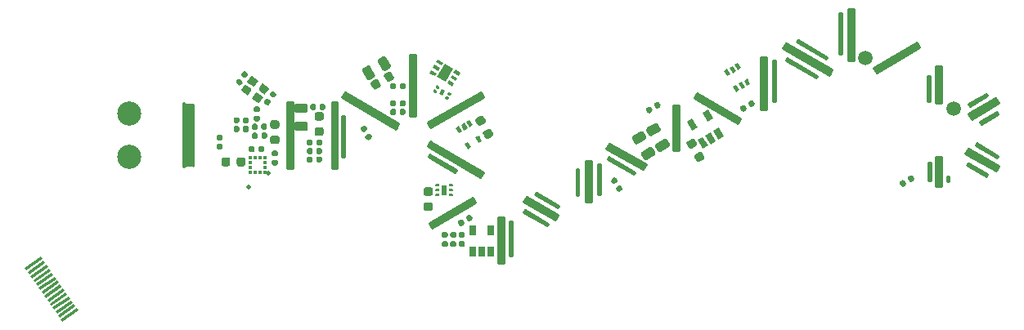
<source format=gbr>
G04 #@! TF.GenerationSoftware,KiCad,Pcbnew,(5.1.10)-1*
G04 #@! TF.CreationDate,2021-06-26T09:27:45-04:00*
G04 #@! TF.ProjectId,Main,4d61696e-2e6b-4696-9361-645f70636258,5*
G04 #@! TF.SameCoordinates,Original*
G04 #@! TF.FileFunction,Soldermask,Top*
G04 #@! TF.FilePolarity,Negative*
%FSLAX46Y46*%
G04 Gerber Fmt 4.6, Leading zero omitted, Abs format (unit mm)*
G04 Created by KiCad (PCBNEW (5.1.10)-1) date 2021-06-26 09:27:45*
%MOMM*%
%LPD*%
G01*
G04 APERTURE LIST*
%ADD10C,0.100000*%
%ADD11C,0.500000*%
%ADD12R,0.600000X1.100000*%
%ADD13C,2.500000*%
%ADD14R,0.375000X0.350000*%
%ADD15R,0.350000X0.375000*%
%ADD16R,0.650000X1.060000*%
%ADD17C,1.500000*%
%ADD18C,0.254000*%
G04 APERTURE END LIST*
D10*
G36*
X112037722Y-99589908D02*
G01*
X112031671Y-99582198D01*
X112027240Y-99573454D01*
X112024601Y-99564015D01*
X112023852Y-99554243D01*
X112025026Y-99544511D01*
X112028075Y-99535196D01*
X112032883Y-99526654D01*
X112434386Y-98953247D01*
X112440769Y-98945808D01*
X112448479Y-98939757D01*
X112457223Y-98935326D01*
X112466662Y-98932686D01*
X112476434Y-98931938D01*
X112486166Y-98933111D01*
X112495481Y-98936161D01*
X112504023Y-98940969D01*
X113036472Y-99313793D01*
X113043911Y-99320176D01*
X113049962Y-99327886D01*
X113054393Y-99336630D01*
X113057033Y-99346069D01*
X113093869Y-99554978D01*
X113094617Y-99564750D01*
X113093444Y-99574482D01*
X113090395Y-99583797D01*
X113085587Y-99592339D01*
X112770120Y-100042873D01*
X112763737Y-100050312D01*
X112756027Y-100056363D01*
X112747283Y-100060794D01*
X112737844Y-100063434D01*
X112728072Y-100064182D01*
X112718340Y-100063009D01*
X112709025Y-100059959D01*
X112700483Y-100055151D01*
X112045162Y-99596290D01*
X112037722Y-99589908D01*
G37*
G36*
X113938341Y-99577884D02*
G01*
X113932290Y-99570174D01*
X113927859Y-99561430D01*
X113925219Y-99551991D01*
X113888383Y-99343082D01*
X113887635Y-99333310D01*
X113888808Y-99323578D01*
X113891857Y-99314263D01*
X113896665Y-99305721D01*
X114212132Y-98855187D01*
X114218515Y-98847748D01*
X114226225Y-98841697D01*
X114234969Y-98837266D01*
X114244408Y-98834626D01*
X114254180Y-98833878D01*
X114263912Y-98835051D01*
X114273227Y-98838101D01*
X114281769Y-98842909D01*
X114937090Y-99301770D01*
X114944530Y-99308152D01*
X114950581Y-99315862D01*
X114955012Y-99324606D01*
X114957651Y-99334045D01*
X114958400Y-99343817D01*
X114957226Y-99353549D01*
X114954177Y-99362864D01*
X114949369Y-99371406D01*
X114547866Y-99944813D01*
X114541483Y-99952252D01*
X114533773Y-99958303D01*
X114525029Y-99962734D01*
X114515590Y-99965374D01*
X114505818Y-99966122D01*
X114496086Y-99964949D01*
X114486771Y-99961899D01*
X114478229Y-99957091D01*
X113945780Y-99584267D01*
X113938341Y-99577884D01*
G37*
G36*
G01*
X113796821Y-98576591D02*
X113406789Y-99133615D01*
G75*
G02*
X113323225Y-99148349I-49149J34415D01*
G01*
X112684287Y-98700959D01*
G75*
G02*
X112669553Y-98617395I34415J49149D01*
G01*
X113059585Y-98060371D01*
G75*
G02*
X113143149Y-98045637I49149J-34415D01*
G01*
X113782087Y-98493027D01*
G75*
G02*
X113796821Y-98576591I-34415J-49149D01*
G01*
G37*
G36*
G01*
X114312699Y-100280665D02*
X113922667Y-100837689D01*
G75*
G02*
X113839103Y-100852423I-49149J34415D01*
G01*
X113200165Y-100405033D01*
G75*
G02*
X113185431Y-100321469I34415J49149D01*
G01*
X113575463Y-99764445D01*
G75*
G02*
X113659027Y-99749711I49149J-34415D01*
G01*
X114297965Y-100197101D01*
G75*
G02*
X114312699Y-100280665I-34415J-49149D01*
G01*
G37*
D11*
X114860000Y-108120000D03*
X112850000Y-109560000D03*
D10*
G36*
X132883205Y-100119808D02*
G01*
X132536795Y-99919808D01*
X132836795Y-99400192D01*
X133183205Y-99600192D01*
X132883205Y-100119808D01*
G37*
G36*
G01*
X132412035Y-99385898D02*
X132195529Y-99260898D01*
G75*
G02*
X132168077Y-99158446I37500J64952D01*
G01*
X132243077Y-99028542D01*
G75*
G02*
X132345529Y-99001090I64952J-37500D01*
G01*
X132562035Y-99126090D01*
G75*
G02*
X132589487Y-99228542I-37500J-64952D01*
G01*
X132514487Y-99358446D01*
G75*
G02*
X132412035Y-99385898I-64952J37500D01*
G01*
G37*
G36*
G01*
X133624471Y-100085898D02*
X133407965Y-99960898D01*
G75*
G02*
X133380513Y-99858446I37500J64952D01*
G01*
X133455513Y-99728542D01*
G75*
G02*
X133557965Y-99701090I64952J-37500D01*
G01*
X133774471Y-99826090D01*
G75*
G02*
X133801923Y-99928542I-37500J-64952D01*
G01*
X133726923Y-100058446D01*
G75*
G02*
X133624471Y-100085898I-64952J37500D01*
G01*
G37*
G36*
G01*
X133374471Y-100518910D02*
X133157965Y-100393910D01*
G75*
G02*
X133130513Y-100291458I37500J64952D01*
G01*
X133205513Y-100161554D01*
G75*
G02*
X133307965Y-100134102I64952J-37500D01*
G01*
X133524471Y-100259102D01*
G75*
G02*
X133551923Y-100361554I-37500J-64952D01*
G01*
X133476923Y-100491458D01*
G75*
G02*
X133374471Y-100518910I-64952J37500D01*
G01*
G37*
G36*
G01*
X132162035Y-99818910D02*
X131945529Y-99693910D01*
G75*
G02*
X131918077Y-99591458I37500J64952D01*
G01*
X131993077Y-99461554D01*
G75*
G02*
X132095529Y-99434102I64952J-37500D01*
G01*
X132312035Y-99559102D01*
G75*
G02*
X132339487Y-99661554I-37500J-64952D01*
G01*
X132264487Y-99791458D01*
G75*
G02*
X132162035Y-99818910I-64952J37500D01*
G01*
G37*
G36*
X136312212Y-104436266D02*
G01*
X136658622Y-104236266D01*
X136983622Y-104799182D01*
X136637212Y-104999182D01*
X136312212Y-104436266D01*
G37*
G36*
X135186378Y-105086266D02*
G01*
X135532788Y-104886266D01*
X135857788Y-105449182D01*
X135511378Y-105649182D01*
X135186378Y-105086266D01*
G37*
G36*
X134799295Y-103115818D02*
G01*
X135145705Y-102915818D01*
X135470705Y-103478734D01*
X135124295Y-103678734D01*
X134799295Y-103115818D01*
G37*
G36*
X134236378Y-103440818D02*
G01*
X134582788Y-103240818D01*
X134907788Y-103803734D01*
X134561378Y-104003734D01*
X134236378Y-103440818D01*
G37*
G36*
X135362212Y-102790818D02*
G01*
X135708622Y-102590818D01*
X136033622Y-103153734D01*
X135687212Y-103353734D01*
X135362212Y-102790818D01*
G37*
D12*
X133050000Y-109890000D03*
G36*
G01*
X132550000Y-110302500D02*
X132550000Y-110477500D01*
G75*
G02*
X132512500Y-110515000I-37500J0D01*
G01*
X132187500Y-110515000D01*
G75*
G02*
X132150000Y-110477500I0J37500D01*
G01*
X132150000Y-110302500D01*
G75*
G02*
X132187500Y-110265000I37500J0D01*
G01*
X132512500Y-110265000D01*
G75*
G02*
X132550000Y-110302500I0J-37500D01*
G01*
G37*
G36*
G01*
X132550000Y-109802500D02*
X132550000Y-109977500D01*
G75*
G02*
X132512500Y-110015000I-37500J0D01*
G01*
X132187500Y-110015000D01*
G75*
G02*
X132150000Y-109977500I0J37500D01*
G01*
X132150000Y-109802500D01*
G75*
G02*
X132187500Y-109765000I37500J0D01*
G01*
X132512500Y-109765000D01*
G75*
G02*
X132550000Y-109802500I0J-37500D01*
G01*
G37*
G36*
G01*
X132550000Y-109302500D02*
X132550000Y-109477500D01*
G75*
G02*
X132512500Y-109515000I-37500J0D01*
G01*
X132187500Y-109515000D01*
G75*
G02*
X132150000Y-109477500I0J37500D01*
G01*
X132150000Y-109302500D01*
G75*
G02*
X132187500Y-109265000I37500J0D01*
G01*
X132512500Y-109265000D01*
G75*
G02*
X132550000Y-109302500I0J-37500D01*
G01*
G37*
G36*
G01*
X133950000Y-109302500D02*
X133950000Y-109477500D01*
G75*
G02*
X133912500Y-109515000I-37500J0D01*
G01*
X133587500Y-109515000D01*
G75*
G02*
X133550000Y-109477500I0J37500D01*
G01*
X133550000Y-109302500D01*
G75*
G02*
X133587500Y-109265000I37500J0D01*
G01*
X133912500Y-109265000D01*
G75*
G02*
X133950000Y-109302500I0J-37500D01*
G01*
G37*
G36*
G01*
X133950000Y-109802500D02*
X133950000Y-109977500D01*
G75*
G02*
X133912500Y-110015000I-37500J0D01*
G01*
X133587500Y-110015000D01*
G75*
G02*
X133550000Y-109977500I0J37500D01*
G01*
X133550000Y-109802500D01*
G75*
G02*
X133587500Y-109765000I37500J0D01*
G01*
X133912500Y-109765000D01*
G75*
G02*
X133950000Y-109802500I0J-37500D01*
G01*
G37*
G36*
G01*
X133950000Y-110302500D02*
X133950000Y-110477500D01*
G75*
G02*
X133912500Y-110515000I-37500J0D01*
G01*
X133587500Y-110515000D01*
G75*
G02*
X133550000Y-110477500I0J37500D01*
G01*
X133550000Y-110302500D01*
G75*
G02*
X133587500Y-110265000I37500J0D01*
G01*
X133912500Y-110265000D01*
G75*
G02*
X133950000Y-110302500I0J-37500D01*
G01*
G37*
D13*
X100430000Y-101900000D03*
X100480000Y-106400000D03*
D10*
G36*
X95197339Y-122366368D02*
G01*
X93559034Y-123513521D01*
X93386961Y-123267776D01*
X95025266Y-122120623D01*
X95197339Y-122366368D01*
G37*
G36*
X94910551Y-121956793D02*
G01*
X93272246Y-123103946D01*
X93100173Y-122858201D01*
X94738478Y-121711048D01*
X94910551Y-121956793D01*
G37*
G36*
X94623763Y-121547216D02*
G01*
X92985458Y-122694369D01*
X92813385Y-122448624D01*
X94451690Y-121301471D01*
X94623763Y-121547216D01*
G37*
G36*
X94336974Y-121137640D02*
G01*
X92698669Y-122284793D01*
X92526596Y-122039048D01*
X94164901Y-120891895D01*
X94336974Y-121137640D01*
G37*
G36*
X94050186Y-120728063D02*
G01*
X92411881Y-121875216D01*
X92239808Y-121629471D01*
X93878113Y-120482318D01*
X94050186Y-120728063D01*
G37*
G36*
X93763398Y-120318488D02*
G01*
X92125093Y-121465641D01*
X91953020Y-121219896D01*
X93591325Y-120072743D01*
X93763398Y-120318488D01*
G37*
G36*
X93476610Y-119908912D02*
G01*
X91838305Y-121056065D01*
X91666232Y-120810320D01*
X93304537Y-119663167D01*
X93476610Y-119908912D01*
G37*
G36*
X93189821Y-119499336D02*
G01*
X91551516Y-120646489D01*
X91379443Y-120400744D01*
X93017748Y-119253591D01*
X93189821Y-119499336D01*
G37*
G36*
X92903033Y-119089760D02*
G01*
X91264728Y-120236913D01*
X91092655Y-119991168D01*
X92730960Y-118844015D01*
X92903033Y-119089760D01*
G37*
G36*
X92616244Y-118680183D02*
G01*
X90977939Y-119827336D01*
X90805866Y-119581591D01*
X92444171Y-118434438D01*
X92616244Y-118680183D01*
G37*
G36*
X92329457Y-118270608D02*
G01*
X90691152Y-119417761D01*
X90519079Y-119172016D01*
X92157384Y-118024863D01*
X92329457Y-118270608D01*
G37*
G36*
X92042669Y-117861032D02*
G01*
X90404364Y-119008185D01*
X90232291Y-118762440D01*
X91870596Y-117615287D01*
X92042669Y-117861032D01*
G37*
G36*
X91755880Y-117451456D02*
G01*
X90117575Y-118598609D01*
X89945502Y-118352864D01*
X91583807Y-117205711D01*
X91755880Y-117451456D01*
G37*
G36*
X91469092Y-117041880D02*
G01*
X89830787Y-118189033D01*
X89658714Y-117943288D01*
X91297019Y-116796135D01*
X91469092Y-117041880D01*
G37*
G36*
X159263734Y-103378865D02*
G01*
X158700818Y-103703865D01*
X158170818Y-102785879D01*
X158733734Y-102460879D01*
X159263734Y-103378865D01*
G37*
G36*
X160909182Y-102428865D02*
G01*
X160346266Y-102753865D01*
X159816266Y-101835879D01*
X160379182Y-101510879D01*
X160909182Y-102428865D01*
G37*
G36*
X162009182Y-104334121D02*
G01*
X161446266Y-104659121D01*
X160916266Y-103741135D01*
X161479182Y-103416135D01*
X162009182Y-104334121D01*
G37*
G36*
X161186458Y-104809121D02*
G01*
X160623542Y-105134121D01*
X160093542Y-104216135D01*
X160656458Y-103891135D01*
X161186458Y-104809121D01*
G37*
G36*
X160363734Y-105284121D02*
G01*
X159800818Y-105609121D01*
X159270818Y-104691135D01*
X159833734Y-104366135D01*
X160363734Y-105284121D01*
G37*
G36*
G01*
X119830000Y-105122500D02*
X119830000Y-104777500D01*
G75*
G02*
X119977500Y-104630000I147500J0D01*
G01*
X120272500Y-104630000D01*
G75*
G02*
X120420000Y-104777500I0J-147500D01*
G01*
X120420000Y-105122500D01*
G75*
G02*
X120272500Y-105270000I-147500J0D01*
G01*
X119977500Y-105270000D01*
G75*
G02*
X119830000Y-105122500I0J147500D01*
G01*
G37*
G36*
G01*
X118860000Y-105122500D02*
X118860000Y-104777500D01*
G75*
G02*
X119007500Y-104630000I147500J0D01*
G01*
X119302500Y-104630000D01*
G75*
G02*
X119450000Y-104777500I0J-147500D01*
G01*
X119450000Y-105122500D01*
G75*
G02*
X119302500Y-105270000I-147500J0D01*
G01*
X119007500Y-105270000D01*
G75*
G02*
X118860000Y-105122500I0J147500D01*
G01*
G37*
G36*
G01*
X120410000Y-106537500D02*
X120410000Y-106882500D01*
G75*
G02*
X120262500Y-107030000I-147500J0D01*
G01*
X119967500Y-107030000D01*
G75*
G02*
X119820000Y-106882500I0J147500D01*
G01*
X119820000Y-106537500D01*
G75*
G02*
X119967500Y-106390000I147500J0D01*
G01*
X120262500Y-106390000D01*
G75*
G02*
X120410000Y-106537500I0J-147500D01*
G01*
G37*
G36*
G01*
X119440000Y-106537500D02*
X119440000Y-106882500D01*
G75*
G02*
X119292500Y-107030000I-147500J0D01*
G01*
X118997500Y-107030000D01*
G75*
G02*
X118850000Y-106882500I0J147500D01*
G01*
X118850000Y-106537500D01*
G75*
G02*
X118997500Y-106390000I147500J0D01*
G01*
X119292500Y-106390000D01*
G75*
G02*
X119440000Y-106537500I0J-147500D01*
G01*
G37*
G36*
G01*
X119830000Y-106002500D02*
X119830000Y-105657500D01*
G75*
G02*
X119977500Y-105510000I147500J0D01*
G01*
X120272500Y-105510000D01*
G75*
G02*
X120420000Y-105657500I0J-147500D01*
G01*
X120420000Y-106002500D01*
G75*
G02*
X120272500Y-106150000I-147500J0D01*
G01*
X119977500Y-106150000D01*
G75*
G02*
X119830000Y-106002500I0J147500D01*
G01*
G37*
G36*
G01*
X118860000Y-106002500D02*
X118860000Y-105657500D01*
G75*
G02*
X119007500Y-105510000I147500J0D01*
G01*
X119302500Y-105510000D01*
G75*
G02*
X119450000Y-105657500I0J-147500D01*
G01*
X119450000Y-106002500D01*
G75*
G02*
X119302500Y-106150000I-147500J0D01*
G01*
X119007500Y-106150000D01*
G75*
G02*
X118860000Y-106002500I0J147500D01*
G01*
G37*
G36*
G01*
X150412776Y-108736820D02*
X150707224Y-108566820D01*
G75*
G02*
X150898468Y-108618064I70000J-121244D01*
G01*
X151038468Y-108860552D01*
G75*
G02*
X150987224Y-109051796I-121244J-70000D01*
G01*
X150692776Y-109221796D01*
G75*
G02*
X150501532Y-109170552I-70000J121244D01*
G01*
X150361532Y-108928064D01*
G75*
G02*
X150412776Y-108736820I121244J70000D01*
G01*
G37*
G36*
G01*
X150892776Y-109568204D02*
X151187224Y-109398204D01*
G75*
G02*
X151378468Y-109449448I70000J-121244D01*
G01*
X151518468Y-109691936D01*
G75*
G02*
X151467224Y-109883180I-121244J-70000D01*
G01*
X151172776Y-110053180D01*
G75*
G02*
X150981532Y-110001936I-70000J121244D01*
G01*
X150841532Y-109759448D01*
G75*
G02*
X150892776Y-109568204I121244J70000D01*
G01*
G37*
G36*
G01*
X155289250Y-100800611D02*
X155461750Y-101099389D01*
G75*
G02*
X155407761Y-101300878I-127739J-73750D01*
G01*
X155152283Y-101448378D01*
G75*
G02*
X154950794Y-101394389I-73750J127739D01*
G01*
X154778294Y-101095611D01*
G75*
G02*
X154832283Y-100894122I127739J73750D01*
G01*
X155087761Y-100746622D01*
G75*
G02*
X155289250Y-100800611I73750J-127739D01*
G01*
G37*
G36*
G01*
X154449206Y-101285611D02*
X154621706Y-101584389D01*
G75*
G02*
X154567717Y-101785878I-127739J-73750D01*
G01*
X154312239Y-101933378D01*
G75*
G02*
X154110750Y-101879389I-73750J127739D01*
G01*
X153938250Y-101580611D01*
G75*
G02*
X153992239Y-101379122I127739J73750D01*
G01*
X154247717Y-101231622D01*
G75*
G02*
X154449206Y-101285611I73750J-127739D01*
G01*
G37*
G36*
G01*
X155021126Y-105045937D02*
X155811374Y-104589687D01*
G75*
G02*
X156144343Y-104678906I121875J-211094D01*
G01*
X156388093Y-105101094D01*
G75*
G02*
X156298874Y-105434063I-211094J-121875D01*
G01*
X155508626Y-105890313D01*
G75*
G02*
X155175657Y-105801094I-121875J211094D01*
G01*
X154931907Y-105378906D01*
G75*
G02*
X155021126Y-105045937I211094J121875D01*
G01*
G37*
G36*
G01*
X154083626Y-103422139D02*
X154873874Y-102965889D01*
G75*
G02*
X155206843Y-103055108I121875J-211094D01*
G01*
X155450593Y-103477296D01*
G75*
G02*
X155361374Y-103810265I-211094J-121875D01*
G01*
X154571126Y-104266515D01*
G75*
G02*
X154238157Y-104177296I-121875J211094D01*
G01*
X153994407Y-103755108D01*
G75*
G02*
X154083626Y-103422139I211094J121875D01*
G01*
G37*
G36*
G01*
X133837595Y-114210027D02*
X134182595Y-114210027D01*
G75*
G02*
X134330095Y-114357527I0J-147500D01*
G01*
X134330095Y-114652527D01*
G75*
G02*
X134182595Y-114800027I-147500J0D01*
G01*
X133837595Y-114800027D01*
G75*
G02*
X133690095Y-114652527I0J147500D01*
G01*
X133690095Y-114357527D01*
G75*
G02*
X133837595Y-114210027I147500J0D01*
G01*
G37*
G36*
G01*
X133837595Y-115180027D02*
X134182595Y-115180027D01*
G75*
G02*
X134330095Y-115327527I0J-147500D01*
G01*
X134330095Y-115622527D01*
G75*
G02*
X134182595Y-115770027I-147500J0D01*
G01*
X133837595Y-115770027D01*
G75*
G02*
X133690095Y-115622527I0J147500D01*
G01*
X133690095Y-115327527D01*
G75*
G02*
X133837595Y-115180027I147500J0D01*
G01*
G37*
G36*
G01*
X134717500Y-115180000D02*
X135062500Y-115180000D01*
G75*
G02*
X135210000Y-115327500I0J-147500D01*
G01*
X135210000Y-115622500D01*
G75*
G02*
X135062500Y-115770000I-147500J0D01*
G01*
X134717500Y-115770000D01*
G75*
G02*
X134570000Y-115622500I0J147500D01*
G01*
X134570000Y-115327500D01*
G75*
G02*
X134717500Y-115180000I147500J0D01*
G01*
G37*
G36*
G01*
X134717500Y-114210000D02*
X135062500Y-114210000D01*
G75*
G02*
X135210000Y-114357500I0J-147500D01*
G01*
X135210000Y-114652500D01*
G75*
G02*
X135062500Y-114800000I-147500J0D01*
G01*
X134717500Y-114800000D01*
G75*
G02*
X134570000Y-114652500I0J147500D01*
G01*
X134570000Y-114357500D01*
G75*
G02*
X134717500Y-114210000I147500J0D01*
G01*
G37*
G36*
G01*
X119863750Y-103370000D02*
X120376250Y-103370000D01*
G75*
G02*
X120595000Y-103588750I0J-218750D01*
G01*
X120595000Y-104026250D01*
G75*
G02*
X120376250Y-104245000I-218750J0D01*
G01*
X119863750Y-104245000D01*
G75*
G02*
X119645000Y-104026250I0J218750D01*
G01*
X119645000Y-103588750D01*
G75*
G02*
X119863750Y-103370000I218750J0D01*
G01*
G37*
G36*
G01*
X119863750Y-101795000D02*
X120376250Y-101795000D01*
G75*
G02*
X120595000Y-102013750I0J-218750D01*
G01*
X120595000Y-102451250D01*
G75*
G02*
X120376250Y-102670000I-218750J0D01*
G01*
X119863750Y-102670000D01*
G75*
G02*
X119645000Y-102451250I0J218750D01*
G01*
X119645000Y-102013750D01*
G75*
G02*
X119863750Y-101795000I218750J0D01*
G01*
G37*
G36*
G01*
X118716250Y-103755000D02*
X117803750Y-103755000D01*
G75*
G02*
X117560000Y-103511250I0J243750D01*
G01*
X117560000Y-103023750D01*
G75*
G02*
X117803750Y-102780000I243750J0D01*
G01*
X118716250Y-102780000D01*
G75*
G02*
X118960000Y-103023750I0J-243750D01*
G01*
X118960000Y-103511250D01*
G75*
G02*
X118716250Y-103755000I-243750J0D01*
G01*
G37*
G36*
G01*
X118716250Y-101880000D02*
X117803750Y-101880000D01*
G75*
G02*
X117560000Y-101636250I0J243750D01*
G01*
X117560000Y-101148750D01*
G75*
G02*
X117803750Y-100905000I243750J0D01*
G01*
X118716250Y-100905000D01*
G75*
G02*
X118960000Y-101148750I0J-243750D01*
G01*
X118960000Y-101636250D01*
G75*
G02*
X118716250Y-101880000I-243750J0D01*
G01*
G37*
G36*
G01*
X120160000Y-101432500D02*
X120160000Y-101087500D01*
G75*
G02*
X120307500Y-100940000I147500J0D01*
G01*
X120602500Y-100940000D01*
G75*
G02*
X120750000Y-101087500I0J-147500D01*
G01*
X120750000Y-101432500D01*
G75*
G02*
X120602500Y-101580000I-147500J0D01*
G01*
X120307500Y-101580000D01*
G75*
G02*
X120160000Y-101432500I0J147500D01*
G01*
G37*
G36*
G01*
X119190000Y-101432500D02*
X119190000Y-101087500D01*
G75*
G02*
X119337500Y-100940000I147500J0D01*
G01*
X119632500Y-100940000D01*
G75*
G02*
X119780000Y-101087500I0J-147500D01*
G01*
X119780000Y-101432500D01*
G75*
G02*
X119632500Y-101580000I-147500J0D01*
G01*
X119337500Y-101580000D01*
G75*
G02*
X119190000Y-101432500I0J147500D01*
G01*
G37*
G36*
G01*
X124925611Y-104200794D02*
X125224389Y-104028294D01*
G75*
G02*
X125425878Y-104082283I73750J-127739D01*
G01*
X125573378Y-104337761D01*
G75*
G02*
X125519389Y-104539250I-127739J-73750D01*
G01*
X125220611Y-104711750D01*
G75*
G02*
X125019122Y-104657761I-73750J127739D01*
G01*
X124871622Y-104402283D01*
G75*
G02*
X124925611Y-104200794I127739J73750D01*
G01*
G37*
G36*
G01*
X124440611Y-103360750D02*
X124739389Y-103188250D01*
G75*
G02*
X124940878Y-103242239I73750J-127739D01*
G01*
X125088378Y-103497717D01*
G75*
G02*
X125034389Y-103699206I-127739J-73750D01*
G01*
X124735611Y-103871706D01*
G75*
G02*
X124534122Y-103817717I-73750J127739D01*
G01*
X124386622Y-103562239D01*
G75*
G02*
X124440611Y-103360750I127739J73750D01*
G01*
G37*
G36*
G01*
X115302098Y-100290592D02*
X115019491Y-100092708D01*
G75*
G02*
X114983269Y-99887280I84603J120825D01*
G01*
X115152474Y-99645630D01*
G75*
G02*
X115357902Y-99609408I120825J-84603D01*
G01*
X115640509Y-99807292D01*
G75*
G02*
X115676731Y-100012720I-84603J-120825D01*
G01*
X115507526Y-100254370D01*
G75*
G02*
X115302098Y-100290592I-120825J84603D01*
G01*
G37*
G36*
G01*
X114745728Y-101085170D02*
X114463121Y-100887286D01*
G75*
G02*
X114426899Y-100681858I84603J120825D01*
G01*
X114596104Y-100440208D01*
G75*
G02*
X114801532Y-100403986I120825J-84603D01*
G01*
X115084139Y-100601870D01*
G75*
G02*
X115120361Y-100807298I-84603J-120825D01*
G01*
X114951156Y-101048948D01*
G75*
G02*
X114745728Y-101085170I-120825J84603D01*
G01*
G37*
G36*
G01*
X111879717Y-98356697D02*
X112162324Y-98554581D01*
G75*
G02*
X112198546Y-98760009I-84603J-120825D01*
G01*
X112029341Y-99001659D01*
G75*
G02*
X111823913Y-99037881I-120825J84603D01*
G01*
X111541306Y-98839997D01*
G75*
G02*
X111505084Y-98634569I84603J120825D01*
G01*
X111674289Y-98392919D01*
G75*
G02*
X111879717Y-98356697I120825J-84603D01*
G01*
G37*
G36*
G01*
X112436087Y-97562119D02*
X112718694Y-97760003D01*
G75*
G02*
X112754916Y-97965431I-84603J-120825D01*
G01*
X112585711Y-98207081D01*
G75*
G02*
X112380283Y-98243303I-120825J84603D01*
G01*
X112097676Y-98045419D01*
G75*
G02*
X112061454Y-97839991I84603J120825D01*
G01*
X112230659Y-97598341D01*
G75*
G02*
X112436087Y-97562119I120825J-84603D01*
G01*
G37*
G36*
G01*
X109657500Y-105090000D02*
X110002500Y-105090000D01*
G75*
G02*
X110150000Y-105237500I0J-147500D01*
G01*
X110150000Y-105532500D01*
G75*
G02*
X110002500Y-105680000I-147500J0D01*
G01*
X109657500Y-105680000D01*
G75*
G02*
X109510000Y-105532500I0J147500D01*
G01*
X109510000Y-105237500D01*
G75*
G02*
X109657500Y-105090000I147500J0D01*
G01*
G37*
G36*
G01*
X109657500Y-104120000D02*
X110002500Y-104120000D01*
G75*
G02*
X110150000Y-104267500I0J-147500D01*
G01*
X110150000Y-104562500D01*
G75*
G02*
X110002500Y-104710000I-147500J0D01*
G01*
X109657500Y-104710000D01*
G75*
G02*
X109510000Y-104562500I0J147500D01*
G01*
X109510000Y-104267500D01*
G75*
G02*
X109657500Y-104120000I147500J0D01*
G01*
G37*
G36*
G01*
X113440000Y-105467500D02*
X113440000Y-105812500D01*
G75*
G02*
X113292500Y-105960000I-147500J0D01*
G01*
X112997500Y-105960000D01*
G75*
G02*
X112850000Y-105812500I0J147500D01*
G01*
X112850000Y-105467500D01*
G75*
G02*
X112997500Y-105320000I147500J0D01*
G01*
X113292500Y-105320000D01*
G75*
G02*
X113440000Y-105467500I0J-147500D01*
G01*
G37*
G36*
G01*
X114410000Y-105467500D02*
X114410000Y-105812500D01*
G75*
G02*
X114262500Y-105960000I-147500J0D01*
G01*
X113967500Y-105960000D01*
G75*
G02*
X113820000Y-105812500I0J147500D01*
G01*
X113820000Y-105467500D01*
G75*
G02*
X113967500Y-105320000I147500J0D01*
G01*
X114262500Y-105320000D01*
G75*
G02*
X114410000Y-105467500I0J-147500D01*
G01*
G37*
G36*
G01*
X115702500Y-106360000D02*
X115357500Y-106360000D01*
G75*
G02*
X115210000Y-106212500I0J147500D01*
G01*
X115210000Y-105917500D01*
G75*
G02*
X115357500Y-105770000I147500J0D01*
G01*
X115702500Y-105770000D01*
G75*
G02*
X115850000Y-105917500I0J-147500D01*
G01*
X115850000Y-106212500D01*
G75*
G02*
X115702500Y-106360000I-147500J0D01*
G01*
G37*
G36*
G01*
X115702500Y-107330000D02*
X115357500Y-107330000D01*
G75*
G02*
X115210000Y-107182500I0J147500D01*
G01*
X115210000Y-106887500D01*
G75*
G02*
X115357500Y-106740000I147500J0D01*
G01*
X115702500Y-106740000D01*
G75*
G02*
X115850000Y-106887500I0J-147500D01*
G01*
X115850000Y-107182500D01*
G75*
G02*
X115702500Y-107330000I-147500J0D01*
G01*
G37*
G36*
G01*
X128460000Y-101962500D02*
X128460000Y-101617500D01*
G75*
G02*
X128607500Y-101470000I147500J0D01*
G01*
X128902500Y-101470000D01*
G75*
G02*
X129050000Y-101617500I0J-147500D01*
G01*
X129050000Y-101962500D01*
G75*
G02*
X128902500Y-102110000I-147500J0D01*
G01*
X128607500Y-102110000D01*
G75*
G02*
X128460000Y-101962500I0J147500D01*
G01*
G37*
G36*
G01*
X127490000Y-101962500D02*
X127490000Y-101617500D01*
G75*
G02*
X127637500Y-101470000I147500J0D01*
G01*
X127932500Y-101470000D01*
G75*
G02*
X128080000Y-101617500I0J-147500D01*
G01*
X128080000Y-101962500D01*
G75*
G02*
X127932500Y-102110000I-147500J0D01*
G01*
X127637500Y-102110000D01*
G75*
G02*
X127490000Y-101962500I0J147500D01*
G01*
G37*
G36*
G01*
X164199206Y-101115611D02*
X164371706Y-101414389D01*
G75*
G02*
X164317717Y-101615878I-127739J-73750D01*
G01*
X164062239Y-101763378D01*
G75*
G02*
X163860750Y-101709389I-73750J127739D01*
G01*
X163688250Y-101410611D01*
G75*
G02*
X163742239Y-101209122I127739J73750D01*
G01*
X163997717Y-101061622D01*
G75*
G02*
X164199206Y-101115611I73750J-127739D01*
G01*
G37*
G36*
G01*
X165039250Y-100630611D02*
X165211750Y-100929389D01*
G75*
G02*
X165157761Y-101130878I-127739J-73750D01*
G01*
X164902283Y-101278378D01*
G75*
G02*
X164700794Y-101224389I-73750J127739D01*
G01*
X164528294Y-100925611D01*
G75*
G02*
X164582283Y-100724122I127739J73750D01*
G01*
X164837761Y-100576622D01*
G75*
G02*
X165039250Y-100630611I73750J-127739D01*
G01*
G37*
G36*
G01*
X114140000Y-104412500D02*
X114140000Y-104067500D01*
G75*
G02*
X114287500Y-103920000I147500J0D01*
G01*
X114582500Y-103920000D01*
G75*
G02*
X114730000Y-104067500I0J-147500D01*
G01*
X114730000Y-104412500D01*
G75*
G02*
X114582500Y-104560000I-147500J0D01*
G01*
X114287500Y-104560000D01*
G75*
G02*
X114140000Y-104412500I0J147500D01*
G01*
G37*
G36*
G01*
X113170000Y-104412500D02*
X113170000Y-104067500D01*
G75*
G02*
X113317500Y-103920000I147500J0D01*
G01*
X113612500Y-103920000D01*
G75*
G02*
X113760000Y-104067500I0J-147500D01*
G01*
X113760000Y-104412500D01*
G75*
G02*
X113612500Y-104560000I-147500J0D01*
G01*
X113317500Y-104560000D01*
G75*
G02*
X113170000Y-104412500I0J147500D01*
G01*
G37*
G36*
G01*
X181220794Y-109004389D02*
X181048294Y-108705611D01*
G75*
G02*
X181102283Y-108504122I127739J73750D01*
G01*
X181357761Y-108356622D01*
G75*
G02*
X181559250Y-108410611I73750J-127739D01*
G01*
X181731750Y-108709389D01*
G75*
G02*
X181677761Y-108910878I-127739J-73750D01*
G01*
X181422283Y-109058378D01*
G75*
G02*
X181220794Y-109004389I-73750J127739D01*
G01*
G37*
G36*
G01*
X180380750Y-109489389D02*
X180208250Y-109190611D01*
G75*
G02*
X180262239Y-108989122I127739J73750D01*
G01*
X180517717Y-108841622D01*
G75*
G02*
X180719206Y-108895611I73750J-127739D01*
G01*
X180891706Y-109194389D01*
G75*
G02*
X180837717Y-109395878I-127739J-73750D01*
G01*
X180582239Y-109543378D01*
G75*
G02*
X180380750Y-109489389I-73750J127739D01*
G01*
G37*
D14*
X113007500Y-107500000D03*
X113007500Y-107000000D03*
X114532500Y-107000000D03*
X114532500Y-107500000D03*
D15*
X113020000Y-106487500D03*
X113020000Y-108012500D03*
X114520000Y-106487500D03*
X114520000Y-108012500D03*
X114020000Y-106487500D03*
X113520000Y-106487500D03*
X114020000Y-108012500D03*
X113520000Y-108012500D03*
D10*
G36*
X162687788Y-97883734D02*
G01*
X162341378Y-98083734D01*
X162016378Y-97520818D01*
X162362788Y-97320818D01*
X162687788Y-97883734D01*
G37*
G36*
X163813622Y-97233734D02*
G01*
X163467212Y-97433734D01*
X163142212Y-96870818D01*
X163488622Y-96670818D01*
X163813622Y-97233734D01*
G37*
G36*
X164200705Y-99204182D02*
G01*
X163854295Y-99404182D01*
X163529295Y-98841266D01*
X163875705Y-98641266D01*
X164200705Y-99204182D01*
G37*
G36*
X163250705Y-97558734D02*
G01*
X162904295Y-97758734D01*
X162579295Y-97195818D01*
X162925705Y-96995818D01*
X163250705Y-97558734D01*
G37*
G36*
X164763622Y-98879182D02*
G01*
X164417212Y-99079182D01*
X164092212Y-98516266D01*
X164438622Y-98316266D01*
X164763622Y-98879182D01*
G37*
G36*
X163637788Y-99529182D02*
G01*
X163291378Y-99729182D01*
X162966378Y-99166266D01*
X163312788Y-98966266D01*
X163637788Y-99529182D01*
G37*
D16*
X136010000Y-114040000D03*
X137910000Y-114040000D03*
X137910000Y-116240000D03*
X136960000Y-116240000D03*
X136010000Y-116240000D03*
D10*
G36*
X133993013Y-97287180D02*
G01*
X133193013Y-98672820D01*
X132326987Y-98172820D01*
X133126987Y-96787180D01*
X133993013Y-97287180D01*
G37*
G36*
X132294631Y-97778863D02*
G01*
X132119631Y-98081971D01*
X131556715Y-97756971D01*
X131731715Y-97453863D01*
X132294631Y-97778863D01*
G37*
G36*
X132619631Y-97215946D02*
G01*
X132444631Y-97519054D01*
X131881715Y-97194054D01*
X132056715Y-96890946D01*
X132619631Y-97215946D01*
G37*
G36*
X132944631Y-96653029D02*
G01*
X132769631Y-96956137D01*
X132206715Y-96631137D01*
X132381715Y-96328029D01*
X132944631Y-96653029D01*
G37*
G36*
X134763285Y-97703029D02*
G01*
X134588285Y-98006137D01*
X134025369Y-97681137D01*
X134200369Y-97378029D01*
X134763285Y-97703029D01*
G37*
G36*
X134438285Y-98265946D02*
G01*
X134263285Y-98569054D01*
X133700369Y-98244054D01*
X133875369Y-97940946D01*
X134438285Y-98265946D01*
G37*
G36*
X134113285Y-98828863D02*
G01*
X133938285Y-99131971D01*
X133375369Y-98806971D01*
X133550369Y-98503863D01*
X134113285Y-98828863D01*
G37*
G36*
G01*
X138044419Y-104302756D02*
X137600581Y-104559006D01*
G75*
G02*
X137301763Y-104478938I-109375J189443D01*
G01*
X137083013Y-104100052D01*
G75*
G02*
X137163081Y-103801234I189443J109375D01*
G01*
X137606919Y-103544984D01*
G75*
G02*
X137905737Y-103625052I109375J-189443D01*
G01*
X138124487Y-104003938D01*
G75*
G02*
X138044419Y-104302756I-189443J-109375D01*
G01*
G37*
G36*
G01*
X137256919Y-102938766D02*
X136813081Y-103195016D01*
G75*
G02*
X136514263Y-103114948I-109375J189443D01*
G01*
X136295513Y-102736062D01*
G75*
G02*
X136375581Y-102437244I189443J109375D01*
G01*
X136819419Y-102180994D01*
G75*
G02*
X137118237Y-102261062I109375J-189443D01*
G01*
X137336987Y-102639948D01*
G75*
G02*
X137256919Y-102938766I-189443J-109375D01*
G01*
G37*
G36*
G01*
X115786250Y-105095000D02*
X115273750Y-105095000D01*
G75*
G02*
X115055000Y-104876250I0J218750D01*
G01*
X115055000Y-104438750D01*
G75*
G02*
X115273750Y-104220000I218750J0D01*
G01*
X115786250Y-104220000D01*
G75*
G02*
X116005000Y-104438750I0J-218750D01*
G01*
X116005000Y-104876250D01*
G75*
G02*
X115786250Y-105095000I-218750J0D01*
G01*
G37*
G36*
G01*
X115786250Y-103520000D02*
X115273750Y-103520000D01*
G75*
G02*
X115055000Y-103301250I0J218750D01*
G01*
X115055000Y-102863750D01*
G75*
G02*
X115273750Y-102645000I218750J0D01*
G01*
X115786250Y-102645000D01*
G75*
G02*
X116005000Y-102863750I0J-218750D01*
G01*
X116005000Y-103301250D01*
G75*
G02*
X115786250Y-103520000I-218750J0D01*
G01*
G37*
G36*
G01*
X111592500Y-107206250D02*
X111592500Y-106693750D01*
G75*
G02*
X111811250Y-106475000I218750J0D01*
G01*
X112248750Y-106475000D01*
G75*
G02*
X112467500Y-106693750I0J-218750D01*
G01*
X112467500Y-107206250D01*
G75*
G02*
X112248750Y-107425000I-218750J0D01*
G01*
X111811250Y-107425000D01*
G75*
G02*
X111592500Y-107206250I0J218750D01*
G01*
G37*
G36*
G01*
X110017500Y-107206250D02*
X110017500Y-106693750D01*
G75*
G02*
X110236250Y-106475000I218750J0D01*
G01*
X110673750Y-106475000D01*
G75*
G02*
X110892500Y-106693750I0J-218750D01*
G01*
X110892500Y-107206250D01*
G75*
G02*
X110673750Y-107425000I-218750J0D01*
G01*
X110236250Y-107425000D01*
G75*
G02*
X110017500Y-107206250I0J218750D01*
G01*
G37*
G36*
G01*
X152613626Y-104262139D02*
X153403874Y-103805889D01*
G75*
G02*
X153736843Y-103895108I121875J-211094D01*
G01*
X153980593Y-104317296D01*
G75*
G02*
X153891374Y-104650265I-211094J-121875D01*
G01*
X153101126Y-105106515D01*
G75*
G02*
X152768157Y-105017296I-121875J211094D01*
G01*
X152524407Y-104595108D01*
G75*
G02*
X152613626Y-104262139I211094J121875D01*
G01*
G37*
G36*
G01*
X153551126Y-105885937D02*
X154341374Y-105429687D01*
G75*
G02*
X154674343Y-105518906I121875J-211094D01*
G01*
X154918093Y-105941094D01*
G75*
G02*
X154828874Y-106274063I-211094J-121875D01*
G01*
X154038626Y-106730313D01*
G75*
G02*
X153705657Y-106641094I-121875J211094D01*
G01*
X153461907Y-106218906D01*
G75*
G02*
X153551126Y-105885937I211094J121875D01*
G01*
G37*
G36*
G01*
X159039331Y-106189239D02*
X159483169Y-105932989D01*
G75*
G02*
X159781987Y-106013057I109375J-189443D01*
G01*
X160000737Y-106391943D01*
G75*
G02*
X159920669Y-106690761I-189443J-109375D01*
G01*
X159476831Y-106947011D01*
G75*
G02*
X159178013Y-106866943I-109375J189443D01*
G01*
X158959263Y-106488057D01*
G75*
G02*
X159039331Y-106189239I189443J109375D01*
G01*
G37*
G36*
G01*
X158251831Y-104825249D02*
X158695669Y-104568999D01*
G75*
G02*
X158994487Y-104649067I109375J-189443D01*
G01*
X159213237Y-105027953D01*
G75*
G02*
X159133169Y-105326771I-189443J-109375D01*
G01*
X158689331Y-105583021D01*
G75*
G02*
X158390513Y-105502953I-109375J189443D01*
G01*
X158171763Y-105124067D01*
G75*
G02*
X158251831Y-104825249I189443J109375D01*
G01*
G37*
G36*
G01*
X125727244Y-99354419D02*
X125470994Y-98910581D01*
G75*
G02*
X125551062Y-98611763I189443J109375D01*
G01*
X125929948Y-98393013D01*
G75*
G02*
X126228766Y-98473081I109375J-189443D01*
G01*
X126485016Y-98916919D01*
G75*
G02*
X126404948Y-99215737I-189443J-109375D01*
G01*
X126026062Y-99434487D01*
G75*
G02*
X125727244Y-99354419I-109375J189443D01*
G01*
G37*
G36*
G01*
X127091234Y-98566919D02*
X126834984Y-98123081D01*
G75*
G02*
X126915052Y-97824263I189443J109375D01*
G01*
X127293938Y-97605513D01*
G75*
G02*
X127592756Y-97685581I109375J-189443D01*
G01*
X127849006Y-98129419D01*
G75*
G02*
X127768938Y-98428237I-189443J-109375D01*
G01*
X127390052Y-98646987D01*
G75*
G02*
X127091234Y-98566919I-109375J189443D01*
G01*
G37*
G36*
G01*
X131666250Y-112045000D02*
X131153750Y-112045000D01*
G75*
G02*
X130935000Y-111826250I0J218750D01*
G01*
X130935000Y-111388750D01*
G75*
G02*
X131153750Y-111170000I218750J0D01*
G01*
X131666250Y-111170000D01*
G75*
G02*
X131885000Y-111388750I0J-218750D01*
G01*
X131885000Y-111826250D01*
G75*
G02*
X131666250Y-112045000I-218750J0D01*
G01*
G37*
G36*
G01*
X131666250Y-110470000D02*
X131153750Y-110470000D01*
G75*
G02*
X130935000Y-110251250I0J218750D01*
G01*
X130935000Y-109813750D01*
G75*
G02*
X131153750Y-109595000I218750J0D01*
G01*
X131666250Y-109595000D01*
G75*
G02*
X131885000Y-109813750I0J-218750D01*
G01*
X131885000Y-110251250D01*
G75*
G02*
X131666250Y-110470000I-218750J0D01*
G01*
G37*
G36*
G01*
X125434063Y-97079876D02*
X125890313Y-97870124D01*
G75*
G02*
X125801094Y-98203093I-211094J-121875D01*
G01*
X125378906Y-98446843D01*
G75*
G02*
X125045937Y-98357624I-121875J211094D01*
G01*
X124589687Y-97567376D01*
G75*
G02*
X124678906Y-97234407I211094J121875D01*
G01*
X125101094Y-96990657D01*
G75*
G02*
X125434063Y-97079876I121875J-211094D01*
G01*
G37*
G36*
G01*
X127057861Y-96142376D02*
X127514111Y-96932624D01*
G75*
G02*
X127424892Y-97265593I-211094J-121875D01*
G01*
X127002704Y-97509343D01*
G75*
G02*
X126669735Y-97420124I-121875J211094D01*
G01*
X126213485Y-96629876D01*
G75*
G02*
X126302704Y-96296907I211094J121875D01*
G01*
X126724892Y-96053157D01*
G75*
G02*
X127057861Y-96142376I121875J-211094D01*
G01*
G37*
G36*
G01*
X128460000Y-99282500D02*
X128460000Y-98937500D01*
G75*
G02*
X128607500Y-98790000I147500J0D01*
G01*
X128902500Y-98790000D01*
G75*
G02*
X129050000Y-98937500I0J-147500D01*
G01*
X129050000Y-99282500D01*
G75*
G02*
X128902500Y-99430000I-147500J0D01*
G01*
X128607500Y-99430000D01*
G75*
G02*
X128460000Y-99282500I0J147500D01*
G01*
G37*
G36*
G01*
X127490000Y-99282500D02*
X127490000Y-98937500D01*
G75*
G02*
X127637500Y-98790000I147500J0D01*
G01*
X127932500Y-98790000D01*
G75*
G02*
X128080000Y-98937500I0J-147500D01*
G01*
X128080000Y-99282500D01*
G75*
G02*
X127932500Y-99430000I-147500J0D01*
G01*
X127637500Y-99430000D01*
G75*
G02*
X127490000Y-99282500I0J147500D01*
G01*
G37*
G36*
G01*
X129050000Y-100727500D02*
X129050000Y-101072500D01*
G75*
G02*
X128902500Y-101220000I-147500J0D01*
G01*
X128607500Y-101220000D01*
G75*
G02*
X128460000Y-101072500I0J147500D01*
G01*
X128460000Y-100727500D01*
G75*
G02*
X128607500Y-100580000I147500J0D01*
G01*
X128902500Y-100580000D01*
G75*
G02*
X129050000Y-100727500I0J-147500D01*
G01*
G37*
G36*
G01*
X128080000Y-100727500D02*
X128080000Y-101072500D01*
G75*
G02*
X127932500Y-101220000I-147500J0D01*
G01*
X127637500Y-101220000D01*
G75*
G02*
X127490000Y-101072500I0J147500D01*
G01*
X127490000Y-100727500D01*
G75*
G02*
X127637500Y-100580000I147500J0D01*
G01*
X127932500Y-100580000D01*
G75*
G02*
X128080000Y-100727500I0J-147500D01*
G01*
G37*
G36*
G01*
X113507500Y-102180000D02*
X113852500Y-102180000D01*
G75*
G02*
X114000000Y-102327500I0J-147500D01*
G01*
X114000000Y-102622500D01*
G75*
G02*
X113852500Y-102770000I-147500J0D01*
G01*
X113507500Y-102770000D01*
G75*
G02*
X113360000Y-102622500I0J147500D01*
G01*
X113360000Y-102327500D01*
G75*
G02*
X113507500Y-102180000I147500J0D01*
G01*
G37*
G36*
G01*
X113507500Y-101210000D02*
X113852500Y-101210000D01*
G75*
G02*
X114000000Y-101357500I0J-147500D01*
G01*
X114000000Y-101652500D01*
G75*
G02*
X113852500Y-101800000I-147500J0D01*
G01*
X113507500Y-101800000D01*
G75*
G02*
X113360000Y-101652500I0J147500D01*
G01*
X113360000Y-101357500D01*
G75*
G02*
X113507500Y-101210000I147500J0D01*
G01*
G37*
G36*
G01*
X113160000Y-103492500D02*
X113160000Y-103147500D01*
G75*
G02*
X113307500Y-103000000I147500J0D01*
G01*
X113602500Y-103000000D01*
G75*
G02*
X113750000Y-103147500I0J-147500D01*
G01*
X113750000Y-103492500D01*
G75*
G02*
X113602500Y-103640000I-147500J0D01*
G01*
X113307500Y-103640000D01*
G75*
G02*
X113160000Y-103492500I0J147500D01*
G01*
G37*
G36*
G01*
X114130000Y-103492500D02*
X114130000Y-103147500D01*
G75*
G02*
X114277500Y-103000000I147500J0D01*
G01*
X114572500Y-103000000D01*
G75*
G02*
X114720000Y-103147500I0J-147500D01*
G01*
X114720000Y-103492500D01*
G75*
G02*
X114572500Y-103640000I-147500J0D01*
G01*
X114277500Y-103640000D01*
G75*
G02*
X114130000Y-103492500I0J147500D01*
G01*
G37*
G36*
G01*
X135819250Y-112490611D02*
X135991750Y-112789389D01*
G75*
G02*
X135937761Y-112990878I-127739J-73750D01*
G01*
X135682283Y-113138378D01*
G75*
G02*
X135480794Y-113084389I-73750J127739D01*
G01*
X135308294Y-112785611D01*
G75*
G02*
X135362283Y-112584122I127739J73750D01*
G01*
X135617761Y-112436622D01*
G75*
G02*
X135819250Y-112490611I73750J-127739D01*
G01*
G37*
G36*
G01*
X134979206Y-112975611D02*
X135151706Y-113274389D01*
G75*
G02*
X135097717Y-113475878I-127739J-73750D01*
G01*
X134842239Y-113623378D01*
G75*
G02*
X134640750Y-113569389I-73750J127739D01*
G01*
X134468250Y-113270611D01*
G75*
G02*
X134522239Y-113069122I127739J73750D01*
G01*
X134777717Y-112921622D01*
G75*
G02*
X134979206Y-112975611I73750J-127739D01*
G01*
G37*
G36*
G01*
X133292595Y-114800026D02*
X132947595Y-114800026D01*
G75*
G02*
X132800095Y-114652526I0J147500D01*
G01*
X132800095Y-114357526D01*
G75*
G02*
X132947595Y-114210026I147500J0D01*
G01*
X133292595Y-114210026D01*
G75*
G02*
X133440095Y-114357526I0J-147500D01*
G01*
X133440095Y-114652526D01*
G75*
G02*
X133292595Y-114800026I-147500J0D01*
G01*
G37*
G36*
G01*
X133292595Y-115770026D02*
X132947595Y-115770026D01*
G75*
G02*
X132800095Y-115622526I0J147500D01*
G01*
X132800095Y-115327526D01*
G75*
G02*
X132947595Y-115180026I147500J0D01*
G01*
X133292595Y-115180026D01*
G75*
G02*
X133440095Y-115327526I0J-147500D01*
G01*
X133440095Y-115622526D01*
G75*
G02*
X133292595Y-115770026I-147500J0D01*
G01*
G37*
G36*
G01*
X112230000Y-103722500D02*
X112230000Y-103377500D01*
G75*
G02*
X112377500Y-103230000I147500J0D01*
G01*
X112672500Y-103230000D01*
G75*
G02*
X112820000Y-103377500I0J-147500D01*
G01*
X112820000Y-103722500D01*
G75*
G02*
X112672500Y-103870000I-147500J0D01*
G01*
X112377500Y-103870000D01*
G75*
G02*
X112230000Y-103722500I0J147500D01*
G01*
G37*
G36*
G01*
X111260000Y-103722500D02*
X111260000Y-103377500D01*
G75*
G02*
X111407500Y-103230000I147500J0D01*
G01*
X111702500Y-103230000D01*
G75*
G02*
X111850000Y-103377500I0J-147500D01*
G01*
X111850000Y-103722500D01*
G75*
G02*
X111702500Y-103870000I-147500J0D01*
G01*
X111407500Y-103870000D01*
G75*
G02*
X111260000Y-103722500I0J147500D01*
G01*
G37*
G36*
G01*
X112820000Y-102477500D02*
X112820000Y-102822500D01*
G75*
G02*
X112672500Y-102970000I-147500J0D01*
G01*
X112377500Y-102970000D01*
G75*
G02*
X112230000Y-102822500I0J147500D01*
G01*
X112230000Y-102477500D01*
G75*
G02*
X112377500Y-102330000I147500J0D01*
G01*
X112672500Y-102330000D01*
G75*
G02*
X112820000Y-102477500I0J-147500D01*
G01*
G37*
G36*
G01*
X111850000Y-102477500D02*
X111850000Y-102822500D01*
G75*
G02*
X111702500Y-102970000I-147500J0D01*
G01*
X111407500Y-102970000D01*
G75*
G02*
X111260000Y-102822500I0J147500D01*
G01*
X111260000Y-102477500D01*
G75*
G02*
X111407500Y-102330000I147500J0D01*
G01*
X111702500Y-102330000D01*
G75*
G02*
X111850000Y-102477500I0J-147500D01*
G01*
G37*
D17*
X185840000Y-101470000D03*
X176700000Y-96190000D03*
D18*
X184573000Y-100800000D02*
X183977000Y-100800000D01*
X183977000Y-97050000D01*
X184573000Y-97050000D01*
X184573000Y-100800000D01*
D10*
G36*
X184573000Y-100800000D02*
G01*
X183977000Y-100800000D01*
X183977000Y-97050000D01*
X184573000Y-97050000D01*
X184573000Y-100800000D01*
G37*
D18*
X183313000Y-100643000D02*
X183067000Y-100643000D01*
X183067000Y-98047000D01*
X183313000Y-98047000D01*
X183313000Y-100643000D01*
D10*
G36*
X183313000Y-100643000D02*
G01*
X183067000Y-100643000D01*
X183067000Y-98047000D01*
X183313000Y-98047000D01*
X183313000Y-100643000D01*
G37*
D18*
X184559733Y-109490000D02*
X183977000Y-109490000D01*
X183977000Y-106390000D01*
X184572233Y-106390000D01*
X184559733Y-109490000D01*
D10*
G36*
X184559733Y-109490000D02*
G01*
X183977000Y-109490000D01*
X183977000Y-106390000D01*
X184572233Y-106390000D01*
X184559733Y-109490000D01*
G37*
D18*
X175473000Y-96400000D02*
X174877000Y-96400000D01*
X174877000Y-91100000D01*
X175473000Y-91100000D01*
X175473000Y-96400000D01*
D10*
G36*
X175473000Y-96400000D02*
G01*
X174877000Y-96400000D01*
X174877000Y-91100000D01*
X175473000Y-91100000D01*
X175473000Y-96400000D01*
G37*
D18*
X166423000Y-101510000D02*
X165827000Y-101510000D01*
X165827000Y-96090000D01*
X166423000Y-96090000D01*
X166423000Y-101510000D01*
D10*
G36*
X166423000Y-101510000D02*
G01*
X165827000Y-101510000D01*
X165827000Y-96090000D01*
X166423000Y-96090000D01*
X166423000Y-101510000D01*
G37*
D18*
X157373000Y-105750000D02*
X156777000Y-105750000D01*
X156777000Y-101127000D01*
X157373000Y-101127000D01*
X157373000Y-105750000D01*
D10*
G36*
X157373000Y-105750000D02*
G01*
X156777000Y-105750000D01*
X156777000Y-101127000D01*
X157373000Y-101127000D01*
X157373000Y-105750000D01*
G37*
D18*
X146983000Y-110393000D02*
X146737000Y-110393000D01*
X146737000Y-107667000D01*
X146983000Y-107667000D01*
X146983000Y-110393000D01*
D10*
G36*
X146983000Y-110393000D02*
G01*
X146737000Y-110393000D01*
X146737000Y-107667000D01*
X146983000Y-107667000D01*
X146983000Y-110393000D01*
G37*
D18*
X148273000Y-111070000D02*
X147677000Y-111070000D01*
X147677000Y-106830000D01*
X148273000Y-106830000D01*
X148273000Y-111070000D01*
D10*
G36*
X148273000Y-111070000D02*
G01*
X147677000Y-111070000D01*
X147677000Y-106830000D01*
X148273000Y-106830000D01*
X148273000Y-111070000D01*
G37*
D18*
X139223000Y-117470000D02*
X138627000Y-117470000D01*
X138627000Y-112710000D01*
X139223000Y-112710000D01*
X139223000Y-117470000D01*
D10*
G36*
X139223000Y-117470000D02*
G01*
X138627000Y-117470000D01*
X138627000Y-112710000D01*
X139223000Y-112710000D01*
X139223000Y-117470000D01*
G37*
D18*
X130118172Y-102230000D02*
X129522172Y-102230000D01*
X129526905Y-95877000D01*
X130122905Y-95877000D01*
X130118172Y-102230000D01*
D10*
G36*
X130118172Y-102230000D02*
G01*
X129522172Y-102230000D01*
X129526905Y-95877000D01*
X130122905Y-95877000D01*
X130118172Y-102230000D01*
G37*
D18*
X189280980Y-108210906D02*
X189157984Y-108423942D01*
X187189020Y-107309095D01*
X187312016Y-107096059D01*
X189280980Y-108210906D01*
D10*
G36*
X189280980Y-108210906D02*
G01*
X189157984Y-108423942D01*
X187189020Y-107309095D01*
X187312016Y-107096059D01*
X189280980Y-108210906D01*
G37*
D18*
X190416691Y-106306180D02*
X190293691Y-106519221D01*
X188058309Y-105220326D01*
X188181309Y-105007285D01*
X190416691Y-106306180D01*
D10*
G36*
X190416691Y-106306180D02*
G01*
X190293691Y-106519221D01*
X188058309Y-105220326D01*
X188181309Y-105007285D01*
X190416691Y-106306180D01*
G37*
D18*
X190470580Y-107382289D02*
X190172580Y-107898441D01*
X187025993Y-106081758D01*
X187323993Y-105565606D01*
X190470580Y-107382289D01*
D10*
G36*
X190470580Y-107382289D02*
G01*
X190172580Y-107898441D01*
X187025993Y-106081758D01*
X187323993Y-105565606D01*
X190470580Y-107382289D01*
G37*
D18*
X171699814Y-98024637D02*
X171576814Y-98237680D01*
X168419285Y-96414680D01*
X168542285Y-96201637D01*
X171699814Y-98024637D01*
D10*
G36*
X171699814Y-98024637D02*
G01*
X171576814Y-98237680D01*
X168419285Y-96414680D01*
X168542285Y-96201637D01*
X171699814Y-98024637D01*
G37*
D18*
X172712071Y-96089017D02*
X172589076Y-96302049D01*
X169569283Y-94522980D01*
X169692278Y-94309948D01*
X172712071Y-96089017D01*
D10*
G36*
X172712071Y-96089017D02*
G01*
X172589076Y-96302049D01*
X169569283Y-94522980D01*
X169692278Y-94309948D01*
X172712071Y-96089017D01*
G37*
D18*
X173200543Y-97411468D02*
X172902542Y-97927619D01*
X168132248Y-95173489D01*
X168430248Y-94657338D01*
X173200543Y-97411468D01*
D10*
G36*
X173200543Y-97411468D02*
G01*
X172902542Y-97927619D01*
X168132248Y-95173489D01*
X168430248Y-94657338D01*
X173200543Y-97411468D01*
G37*
D18*
X163728138Y-102425682D02*
X163430138Y-102941833D01*
X158925407Y-100340694D01*
X159223406Y-99824543D01*
X163728138Y-102425682D01*
D10*
G36*
X163728138Y-102425682D02*
G01*
X163430138Y-102941833D01*
X158925407Y-100340694D01*
X159223406Y-99824543D01*
X163728138Y-102425682D01*
G37*
D18*
X153936916Y-107218515D02*
X153638916Y-107734667D01*
X149861533Y-105553794D01*
X150159534Y-105037643D01*
X153936916Y-107218515D01*
D10*
G36*
X153936916Y-107218515D02*
G01*
X153638916Y-107734667D01*
X149861533Y-105553794D01*
X150159534Y-105037643D01*
X153936916Y-107218515D01*
G37*
D18*
X128329277Y-102997971D02*
X128031278Y-103514121D01*
X122480884Y-100278968D01*
X122778883Y-99762819D01*
X128329277Y-102997971D01*
D10*
G36*
X128329277Y-102997971D02*
G01*
X128031278Y-103514121D01*
X122480884Y-100278968D01*
X122778883Y-99762819D01*
X128329277Y-102997971D01*
G37*
D18*
X190390227Y-102018149D02*
X188673962Y-103020939D01*
X188550964Y-102807900D01*
X190267228Y-101805110D01*
X190390227Y-102018149D01*
D10*
G36*
X190390227Y-102018149D02*
G01*
X188673962Y-103020939D01*
X188550964Y-102807900D01*
X190267228Y-101805110D01*
X190390227Y-102018149D01*
G37*
D18*
X189301885Y-100098076D02*
X187481752Y-101150898D01*
X187358753Y-100937856D01*
X189178886Y-99885034D01*
X189301885Y-100098076D01*
D10*
G36*
X189301885Y-100098076D02*
G01*
X187481752Y-101150898D01*
X187358753Y-100937856D01*
X189178886Y-99885034D01*
X189301885Y-100098076D01*
G37*
D18*
X190448398Y-100870046D02*
X187629513Y-102497530D01*
X187331513Y-101981379D01*
X190150398Y-100353895D01*
X190448398Y-100870046D01*
D10*
G36*
X190448398Y-100870046D02*
G01*
X187629513Y-102497530D01*
X187331513Y-101981379D01*
X190150398Y-100353895D01*
X190448398Y-100870046D01*
G37*
D18*
X182256734Y-95124485D02*
X177811883Y-97690721D01*
X177513882Y-97174571D01*
X181958734Y-94608334D01*
X182256734Y-95124485D01*
D10*
G36*
X182256734Y-95124485D02*
G01*
X177811883Y-97690721D01*
X177513882Y-97174571D01*
X181958734Y-94608334D01*
X182256734Y-95124485D01*
G37*
D18*
X136282011Y-111206302D02*
X131825333Y-113779366D01*
X131527333Y-113263215D01*
X135984011Y-110690151D01*
X136282011Y-111206302D01*
D10*
G36*
X136282011Y-111206302D02*
G01*
X131825333Y-113779366D01*
X131527333Y-113263215D01*
X135984011Y-110690151D01*
X136282011Y-111206302D01*
G37*
D18*
X137154232Y-100230687D02*
X131646810Y-103365337D01*
X131370017Y-102885919D01*
X131468601Y-102825992D01*
X136856624Y-99715215D01*
X137154232Y-100230687D01*
D10*
G36*
X137154232Y-100230687D02*
G01*
X131646810Y-103365337D01*
X131370017Y-102885919D01*
X131468601Y-102825992D01*
X136856624Y-99715215D01*
X137154232Y-100230687D01*
G37*
D18*
X121973000Y-100722934D02*
X121973000Y-107575888D01*
X121477000Y-107573587D01*
X121477000Y-100720633D01*
X121973000Y-100722934D01*
D10*
G36*
X121973000Y-100722934D02*
G01*
X121973000Y-107575888D01*
X121477000Y-107573587D01*
X121477000Y-100720633D01*
X121973000Y-100722934D01*
G37*
D18*
X117373000Y-107573000D02*
X116777000Y-107573000D01*
X116777000Y-100720042D01*
X117373000Y-100720042D01*
X117373000Y-107573000D01*
D10*
G36*
X117373000Y-107573000D02*
G01*
X116777000Y-107573000D01*
X116777000Y-100720042D01*
X117373000Y-100720042D01*
X117373000Y-107573000D01*
G37*
D18*
X144951523Y-111479965D02*
X144828523Y-111693007D01*
X142468477Y-110330035D01*
X142591477Y-110116993D01*
X144951523Y-111479965D01*
D10*
G36*
X144951523Y-111479965D02*
G01*
X144828523Y-111693007D01*
X142468477Y-110330035D01*
X142591477Y-110116993D01*
X144951523Y-111479965D01*
G37*
D18*
X106340000Y-101000000D02*
X107103000Y-101000000D01*
X107103000Y-107329329D01*
X107078390Y-107300000D01*
X106350000Y-107300000D01*
X106057000Y-107469163D01*
X106057000Y-100836610D01*
X106340000Y-101000000D01*
D10*
G36*
X106340000Y-101000000D02*
G01*
X107103000Y-101000000D01*
X107103000Y-107329329D01*
X107078390Y-107300000D01*
X106350000Y-107300000D01*
X106057000Y-107469163D01*
X106057000Y-100836610D01*
X106340000Y-101000000D01*
G37*
D18*
X149233000Y-110333000D02*
X148987000Y-110333000D01*
X148987000Y-107197000D01*
X149233000Y-107197000D01*
X149233000Y-110333000D01*
D10*
G36*
X149233000Y-110333000D02*
G01*
X148987000Y-110333000D01*
X148987000Y-107197000D01*
X149233000Y-107197000D01*
X149233000Y-110333000D01*
G37*
D18*
X152806582Y-108026369D02*
X152683583Y-108239410D01*
X149983418Y-106676643D01*
X150106417Y-106463602D01*
X152806582Y-108026369D01*
D10*
G36*
X152806582Y-108026369D02*
G01*
X152683583Y-108239410D01*
X149983418Y-106676643D01*
X150106417Y-106463602D01*
X152806582Y-108026369D01*
G37*
D18*
X167323000Y-100673000D02*
X167077000Y-100673000D01*
X167077000Y-96427000D01*
X167323000Y-96427000D01*
X167323000Y-100673000D01*
D10*
G36*
X167323000Y-100673000D02*
G01*
X167077000Y-100673000D01*
X167077000Y-96427000D01*
X167323000Y-96427000D01*
X167323000Y-100673000D01*
G37*
D18*
X140113000Y-116637067D02*
X139867000Y-116637067D01*
X139867000Y-113131067D01*
X140113000Y-113131067D01*
X140113000Y-116637067D01*
D10*
G36*
X140113000Y-116637067D02*
G01*
X139867000Y-116637067D01*
X139867000Y-113131067D01*
X140113000Y-113131067D01*
X140113000Y-116637067D01*
G37*
D18*
X143818340Y-113338315D02*
X143695341Y-113551357D01*
X141289399Y-112169623D01*
X141412398Y-111956581D01*
X143818340Y-113338315D01*
D10*
G36*
X143818340Y-113338315D02*
G01*
X143695341Y-113551357D01*
X141289399Y-112169623D01*
X141412398Y-111956581D01*
X143818340Y-113338315D01*
G37*
D18*
X174213000Y-95751273D02*
X173967000Y-95751273D01*
X173967000Y-91505273D01*
X174213000Y-91505273D01*
X174213000Y-95751273D01*
D10*
G36*
X174213000Y-95751273D02*
G01*
X173967000Y-95751273D01*
X173967000Y-91505273D01*
X174213000Y-91505273D01*
X174213000Y-95751273D01*
G37*
D18*
X183403000Y-108903000D02*
X183157000Y-108903000D01*
X183157000Y-107007000D01*
X183403000Y-107007000D01*
X183403000Y-108903000D01*
D10*
G36*
X183403000Y-108903000D02*
G01*
X183157000Y-108903000D01*
X183157000Y-107007000D01*
X183403000Y-107007000D01*
X183403000Y-108903000D01*
G37*
D18*
X185323000Y-108933000D02*
X185137000Y-108933000D01*
X185137000Y-108477000D01*
X185323000Y-108477000D01*
X185323000Y-108933000D01*
D10*
G36*
X185323000Y-108933000D02*
G01*
X185137000Y-108933000D01*
X185137000Y-108477000D01*
X185323000Y-108477000D01*
X185323000Y-108933000D01*
G37*
D18*
X134286288Y-107807019D02*
X134163289Y-108020060D01*
X131413090Y-106427353D01*
X131536089Y-106214312D01*
X134286288Y-107807019D01*
D10*
G36*
X134286288Y-107807019D02*
G01*
X134163289Y-108020060D01*
X131413090Y-106427353D01*
X131536089Y-106214312D01*
X134286288Y-107807019D01*
G37*
D18*
X122743000Y-106463000D02*
X122497000Y-106463000D01*
X122497000Y-102217000D01*
X122743000Y-102217000D01*
X122743000Y-106463000D01*
D10*
G36*
X122743000Y-106463000D02*
G01*
X122497000Y-106463000D01*
X122497000Y-102217000D01*
X122743000Y-102217000D01*
X122743000Y-106463000D01*
G37*
D18*
X131719996Y-104899346D02*
X137108437Y-108010363D01*
X136810854Y-108525792D01*
X131361657Y-105331874D01*
X131637807Y-104853567D01*
X131719996Y-104899346D01*
D10*
G36*
X131719996Y-104899346D02*
G01*
X137108437Y-108010363D01*
X136810854Y-108525792D01*
X131361657Y-105331874D01*
X131637807Y-104853567D01*
X131719996Y-104899346D01*
G37*
D18*
X144843588Y-112472368D02*
X144545588Y-112988519D01*
X141307557Y-111119041D01*
X141605557Y-110602890D01*
X144843588Y-112472368D01*
D10*
G36*
X144843588Y-112472368D02*
G01*
X144545588Y-112988519D01*
X141307557Y-111119041D01*
X141605557Y-110602890D01*
X144843588Y-112472368D01*
G37*
M02*

</source>
